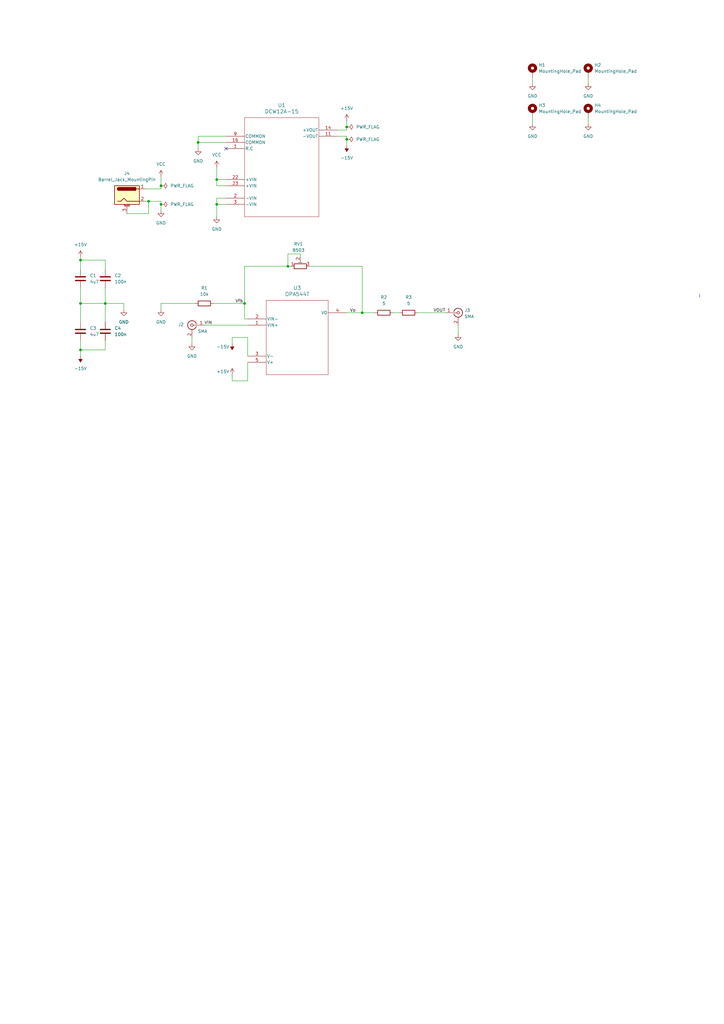
<source format=kicad_sch>
(kicad_sch (version 20231120) (generator "eeschema") (generator_version "8.0")
  (paper "A3" portrait)
  (lib_symbols
    (symbol "Connector:Barrel_Jack_MountingPin" (pin_names hide)
      (property "Reference" "J4" (at 0 8.89 0))
      (property "Value" "Barrel_Jack_MountingPin" (at 0 6.35 0))
      (symbol "Barrel_Jack_MountingPin_0_1"
        (rectangle (start -5.08 3.81) (end 5.08 -3.81) (stroke (width 0.254)) (fill (type background)))
        (arc (start -3.302 3.175) (mid -3.9343 2.54) (end -3.302 1.905) (stroke (width 0.254)))
        (arc (start -3.302 3.175) (mid -3.9343 2.54) (end -3.302 1.905) (stroke (width 0.254)) (fill (type outline)))
        (polyline (pts (xy 5.08 2.54) (xy 3.81 2.54)) (stroke (width 0.254)))
        (polyline (pts (xy -3.81 -2.54) (xy -2.54 -2.54) (xy -1.27 -1.27) (xy 0 -2.54) (xy 2.54 -2.54) (xy 5.08 -2.54)) (stroke (width 0.254)))
        (rectangle (start 3.683 3.175) (end -3.302 1.905) (stroke (width 0.254)) (fill (type outline)))
      )
      (symbol "Barrel_Jack_MountingPin_1_1"
        (polyline (pts (xy -1.016 -4.572) (xy 1.016 -4.572)) (stroke (width 0.1524)))
        (text "Mounting" (at 0 -4.191 0) (effects (font (size 0.381 0.381))))
        (pin passive line (at 7.62 2.54 180) (length 2.54) (name "~") (number "1"))
        (pin passive line (at 7.62 -2.54 180) (length 2.54) (name "~") (number "2"))
        (pin passive line (at 0 -7.62 90) (length 3.048) (name "MountPin") (number "3"))
      )
    )
    (symbol "Connector:Conn_Coaxial" (pin_names (offset 1.016) hide)
      (property "Reference" "J" (at 0.254 3.048 0))
      (property "Value" "Conn_Coaxial" (at 2.921 0 90))
      (symbol "Conn_Coaxial_0_1"
        (arc (start -1.778 -0.508) (mid 0.2311 -1.8066) (end 1.778 0) (stroke (width 0.254)))
        (polyline (pts (xy -2.54 0) (xy -0.508 0)))
        (polyline (pts (xy 0 -2.54) (xy 0 -1.778)))
        (circle (center 0 0) (radius 0.508) (stroke (width 0.2032)))
        (arc (start 1.778 0) (mid 0.2099 1.8101) (end -1.778 0.508) (stroke (width 0.254)))
      )
      (symbol "Conn_Coaxial_1_1"
        (pin passive line (at -5.08 0 0) (length 2.54) (name "In") (number "1"))
        (pin passive line (at 0 -5.08 90) (length 2.54) (name "Ext") (number "2"))
      )
    )
    (symbol "DCW12B-05:DCW12A-05" (pin_names (offset 0.254))
      (property "Reference" "U" (at 22.86 12.7 0))
      (property "Value" "DCW12A-05" (at 22.86 10.16 0))
      (symbol "DCW12A-05_0_1"
        (polyline (pts (xy 7.62 -33.02) (xy 38.1 -33.02)) (stroke (width 0.127)))
        (polyline (pts (xy 7.62 7.62) (xy 7.62 -33.02)) (stroke (width 0.127)))
        (polyline (pts (xy 38.1 -33.02) (xy 38.1 7.62)) (stroke (width 0.127)))
        (polyline (pts (xy 38.1 7.62) (xy 7.62 7.62)) (stroke (width 0.127)))
        (pin unspecified line (at 0 -5.08 0) (length 7.62) (name "R.C") (number "1"))
        (pin unspecified line (at 45.72 0 180) (length 7.62) (name "-VOUT") (number "11"))
        (pin unspecified line (at 45.72 2.54 180) (length 7.62) (name "+VOUT") (number "14"))
        (pin unspecified line (at 0 -2.54 0) (length 7.62) (name "COMMON") (number "16"))
        (pin unspecified line (at 0 -25.4 0) (length 7.62) (name "-VIN") (number "2"))
        (pin unspecified line (at 0 -17.78 0) (length 7.62) (name "+VIN") (number "22"))
        (pin unspecified line (at 0 -20.32 0) (length 7.62) (name "+VIN") (number "23"))
        (pin unspecified line (at 0 -27.94 0) (length 7.62) (name "-VIN") (number "3"))
        (pin unspecified line (at 0 0 0) (length 7.62) (name "COMMON") (number "9"))
      )
    )
    (symbol "Device:C" (pin_numbers hide) (pin_names (offset 0.254))
      (property "Reference" "C" (at 0.635 2.54 0))
      (property "Value" "C" (at 0.635 -2.54 0))
      (symbol "C_0_1"
        (polyline (pts (xy -2.032 -0.762) (xy 2.032 -0.762)) (stroke (width 0.508)))
        (polyline (pts (xy -2.032 0.762) (xy 2.032 0.762)) (stroke (width 0.508)))
      )
      (symbol "C_1_1"
        (pin passive line (at 0 3.81 270) (length 2.794) (name "~") (number "1"))
        (pin passive line (at 0 -3.81 90) (length 2.794) (name "~") (number "2"))
      )
    )
    (symbol "Device:R" (pin_numbers hide) (pin_names (offset 0))
      (property "Reference" "R" (at 2.032 0 90))
      (property "Value" "R" (at 0 0 90))
      (symbol "R_0_1"
        (rectangle (start -1.016 -2.54) (end 1.016 2.54) (stroke (width 0.254)))
      )
      (symbol "R_1_1"
        (pin passive line (at 0 3.81 270) (length 1.27) (name "~") (number "1"))
        (pin passive line (at 0 -3.81 90) (length 1.27) (name "~") (number "2"))
      )
    )
    (symbol "Device:R_Potentiometer_Trim" (pin_names (offset 1.016) hide)
      (property "Reference" "RV" (at -4.445 0 90))
      (property "Value" "R_Potentiometer_Trim" (at -2.54 0 90))
      (symbol "R_Potentiometer_Trim_0_1"
        (polyline (pts (xy 1.524 0.762) (xy 1.524 -0.762)))
        (polyline (pts (xy 2.54 0) (xy 1.524 0)))
        (rectangle (start 1.016 2.54) (end -1.016 -2.54) (stroke (width 0.254)))
      )
      (symbol "R_Potentiometer_Trim_1_1"
        (pin passive line (at 0 3.81 270) (length 1.27) (name "1") (number "1"))
        (pin passive line (at 3.81 0 180) (length 1.27) (name "2") (number "2"))
        (pin passive line (at 0 -3.81 90) (length 1.27) (name "3") (number "3"))
      )
    )
    (symbol "Mechanical:MountingHole_Pad" (pin_numbers hide) (pin_names (offset 1.016) hide) (exclude_from_sim yes) (in_bom no)
      (property "Reference" "H" (at 0 6.35 0))
      (property "Value" "MountingHole_Pad" (at 0 4.445 0))
      (symbol "MountingHole_Pad_0_1"
        (circle (center 0 1.27) (radius 1.27) (stroke (width 1.27)))
      )
      (symbol "MountingHole_Pad_1_1"
        (pin input line (at 0 -2.54 90) (length 2.54) (name "1") (number "1"))
      )
    )
    (symbol "OPA544T:OPA544T" (pin_names (offset 0.254))
      (property "Reference" "U" (at 20.32 12.7 0))
      (property "Value" "OPA544T" (at 20.32 10.16 0))
      (symbol "OPA544T_0_1"
        (polyline (pts (xy 7.62 -22.86) (xy 33.02 -22.86)) (stroke (width 0.127)))
        (polyline (pts (xy 7.62 7.62) (xy 7.62 -22.86)) (stroke (width 0.127)))
        (polyline (pts (xy 33.02 -22.86) (xy 33.02 7.62)) (stroke (width 0.127)))
        (polyline (pts (xy 33.02 7.62) (xy 7.62 7.62)) (stroke (width 0.127)))
        (pin input line (at 0 -2.54 0) (length 7.62) (name "VIN+") (number "1"))
        (pin input line (at 0 0 0) (length 7.62) (name "VIN-") (number "2"))
        (pin power_in line (at 0 -15.24 0) (length 7.62) (name "V-") (number "3"))
        (pin output line (at 40.64 2.54 180) (length 7.62) (name "VO") (number "4"))
        (pin power_in line (at 0 -17.78 0) (length 7.62) (name "V+") (number "5"))
      )
    )
    (symbol "power:+15V" (power) (pin_names (offset 0))
      (property "Value" "+15V" (at 0 3.556 0))
      (symbol "+15V_0_1"
        (polyline (pts (xy -0.762 1.27) (xy 0 2.54)))
        (polyline (pts (xy 0 0) (xy 0 2.54)))
        (polyline (pts (xy 0 2.54) (xy 0.762 1.27)))
      )
      (symbol "+15V_1_1"
        (pin power_in line (at 0 0 90) (length 0) hide (name "+15V") (number "1"))
      )
    )
    (symbol "power:-15V" (power) (pin_names (offset 0))
      (property "Value" "-15V" (at 0 3.81 0))
      (symbol "-15V_0_0"
        (pin power_in line (at 0 0 90) (length 0) hide (name "-15V") (number "1"))
      )
      (symbol "-15V_0_1"
        (polyline (pts (xy 0 0) (xy 0 1.27) (xy 0.762 1.27) (xy 0 2.54) (xy -0.762 1.27) (xy 0 1.27)) (fill (type outline)))
      )
    )
    (symbol "power:GND" (power) (pin_names (offset 0))
      (property "Value" "GND" (at 0 -3.81 0))
      (symbol "GND_0_1"
        (polyline (pts (xy 0 0) (xy 0 -1.27) (xy 1.27 -1.27) (xy 0 -2.54) (xy -1.27 -1.27) (xy 0 -1.27)))
      )
      (symbol "GND_1_1"
        (pin power_in line (at 0 0 270) (length 0) hide (name "GND") (number "1"))
      )
    )
    (symbol "power:PWR_FLAG" (power) (pin_numbers hide) (pin_names (offset 0) hide)
      (property "Value" "PWR_FLAG" (at 0 3.81 0))
      (symbol "PWR_FLAG_0_0"
        (pin power_out line (at 0 0 90) (length 0) (name "~") (number "1"))
      )
      (symbol "PWR_FLAG_0_1"
        (polyline (pts (xy 0 0) (xy 0 1.27) (xy -1.016 1.905) (xy 0 2.54) (xy 1.016 1.905) (xy 0 1.27)))
      )
    )
    (symbol "power:VCC" (power) (pin_names (offset 0))
      (property "Value" "VCC" (at 0 3.81 0))
      (symbol "VCC_0_1"
        (polyline (pts (xy -0.762 1.27) (xy 0 2.54)))
        (polyline (pts (xy 0 0) (xy 0 2.54)))
        (polyline (pts (xy 0 2.54) (xy 0.762 1.27)))
      )
      (symbol "VCC_1_1"
        (pin power_in line (at 0 0 90) (length 0) hide (name "VCC") (number "1"))
      )
    )
  )
  (junction (at 33.02 124.46))
  (junction (at 33.02 143.51))
  (junction (at 142.24 57.15))
  (junction (at 60.96 82.55))
  (junction (at 43.18 124.46))
  (junction (at 88.9 83.82))
  (junction (at 81.28 58.42))
  (junction (at 33.02 106.68))
  (junction (at 142.24 52.07))
  (junction (at 88.9 73.66))
  (junction (at 148.59 128.27))
  (junction (at 118.11 109.22))
  (junction (at 100.33 124.46))
  (junction (at 66.04 76.2))
  (junction (at 66.04 83.82))
  (no_connect (at 92.71 60.96))
  (wire (pts (xy 88.9 83.82) (xy 88.9 88.9)))
  (wire (pts (xy 138.43 55.88) (xy 142.24 55.88)))
  (wire (pts (xy 43.18 118.11) (xy 43.18 124.46)))
  (wire (pts (xy 59.69 77.47) (xy 66.04 77.47)))
  (wire (pts (xy 33.02 106.68) (xy 33.02 110.49)))
  (wire (pts (xy 33.02 143.51) (xy 33.02 146.05)))
  (wire (pts (xy 66.04 82.55) (xy 66.04 83.82)))
  (wire (pts (xy 60.96 87.63) (xy 60.96 82.55)))
  (wire (pts (xy 92.71 76.2) (xy 88.9 76.2)))
  (wire (pts (xy 33.02 139.7) (xy 33.02 143.51)))
  (wire (pts (xy 100.33 109.22) (xy 118.11 109.22)))
  (wire (pts (xy 88.9 68.58) (xy 88.9 73.66)))
  (wire (pts (xy 88.9 81.28) (xy 88.9 83.82)))
  (wire (pts (xy 66.04 76.2) (xy 66.04 72.39)))
  (wire (pts (xy 81.28 60.96) (xy 81.28 58.42)))
  (wire (pts (xy 66.04 124.46) (xy 66.04 127)))
  (wire (pts (xy 118.11 104.14) (xy 118.11 109.22)))
  (wire (pts (xy 148.59 128.27) (xy 153.67 128.27)))
  (wire (pts (xy 187.96 133.35) (xy 187.96 137.16)))
  (wire (pts (xy 66.04 124.46) (xy 80.01 124.46)))
  (wire (pts (xy 52.07 87.63) (xy 60.96 87.63)))
  (wire (pts (xy 142.24 52.07) (xy 142.24 49.53)))
  (wire (pts (xy 142.24 55.88) (xy 142.24 57.15)))
  (wire (pts (xy 241.3 31.75) (xy 241.3 34.29)))
  (wire (pts (xy 83.82 133.35) (xy 101.6 133.35)))
  (wire (pts (xy 43.18 124.46) (xy 43.18 132.08)))
  (wire (pts (xy 101.6 138.43) (xy 101.6 146.05)))
  (wire (pts (xy 100.33 130.81) (xy 101.6 130.81)))
  (wire (pts (xy 118.11 109.22) (xy 119.38 109.22)))
  (wire (pts (xy 33.02 124.46) (xy 43.18 124.46)))
  (wire (pts (xy 81.28 58.42) (xy 92.71 58.42)))
  (wire (pts (xy 43.18 106.68) (xy 43.18 110.49)))
  (wire (pts (xy 100.33 109.22) (xy 100.33 124.46)))
  (wire (pts (xy 87.63 124.46) (xy 100.33 124.46)))
  (wire (pts (xy 142.24 53.34) (xy 142.24 52.07)))
  (wire (pts (xy 218.44 31.75) (xy 218.44 34.29)))
  (wire (pts (xy 171.45 128.27) (xy 182.88 128.27)))
  (wire (pts (xy 218.44 48.26) (xy 218.44 50.8)))
  (wire (pts (xy 78.74 138.43) (xy 78.74 140.97)))
  (wire (pts (xy 142.24 57.15) (xy 142.24 59.69)))
  (wire (pts (xy 95.25 138.43) (xy 101.6 138.43)))
  (wire (pts (xy 33.02 124.46) (xy 33.02 132.08)))
  (wire (pts (xy 92.71 81.28) (xy 88.9 81.28)))
  (wire (pts (xy 33.02 118.11) (xy 33.02 124.46)))
  (wire (pts (xy 100.33 124.46) (xy 100.33 130.81)))
  (wire (pts (xy 127 109.22) (xy 148.59 109.22)))
  (wire (pts (xy 88.9 76.2) (xy 88.9 73.66)))
  (wire (pts (xy 59.69 82.55) (xy 60.96 82.55)))
  (wire (pts (xy 43.18 139.7) (xy 43.18 143.51)))
  (wire (pts (xy 123.19 104.14) (xy 118.11 104.14)))
  (wire (pts (xy 92.71 73.66) (xy 88.9 73.66)))
  (wire (pts (xy 95.25 156.21) (xy 101.6 156.21)))
  (wire (pts (xy 66.04 77.47) (xy 66.04 76.2)))
  (wire (pts (xy 95.25 140.97) (xy 95.25 138.43)))
  (wire (pts (xy 241.3 48.26) (xy 241.3 50.8)))
  (wire (pts (xy 33.02 105.41) (xy 33.02 106.68)))
  (wire (pts (xy 33.02 106.68) (xy 43.18 106.68)))
  (wire (pts (xy 88.9 83.82) (xy 92.71 83.82)))
  (wire (pts (xy 161.29 128.27) (xy 163.83 128.27)))
  (wire (pts (xy 50.8 127) (xy 50.8 124.46)))
  (wire (pts (xy 138.43 53.34) (xy 142.24 53.34)))
  (wire (pts (xy 101.6 148.59) (xy 101.6 156.21)))
  (wire (pts (xy 142.24 128.27) (xy 148.59 128.27)))
  (wire (pts (xy 50.8 124.46) (xy 43.18 124.46)))
  (wire (pts (xy 81.28 58.42) (xy 81.28 55.88)))
  (wire (pts (xy 148.59 109.22) (xy 148.59 128.27)))
  (wire (pts (xy 60.96 82.55) (xy 66.04 82.55)))
  (wire (pts (xy 95.25 153.67) (xy 95.25 156.21)))
  (wire (pts (xy 33.02 143.51) (xy 43.18 143.51)))
  (polyline (pts (xy 287.02 120.65) (xy 287.02 121.92)))
  (wire (pts (xy 123.19 105.41) (xy 123.19 104.14)))
  (wire (pts (xy 81.28 55.88) (xy 92.71 55.88)))
  (wire (pts (xy 66.04 83.82) (xy 66.04 86.36)))
  (label "VOUT" (at 177.8 128.27 0))
  (label "Vfb" (at 96.52 124.46 0))
  (label "VIN" (at 83.82 133.35 0))
  (label "Vo" (at 143.51 128.27 0))
  (symbol (lib_id "power:+15V") (at 142.24 49.53 0) (unit 1)
    (property "Reference" "#PWR03" (effects (hide yes)))
    (property "Value" "+15V" (at 142.24 44.45 0))
  )
  (symbol (lib_id "power:PWR_FLAG") (at 142.24 57.15 270) (unit 1)
    (property "Reference" "#FLG04" (effects (hide yes)))
    (property "Value" "PWR_FLAG" (at 146.05 57.1499 90) (effects (justify left)))
    (property "Description" "Special symbol for telling ERC where power comes from" (effects (hide yes)))
  )
  (symbol (lib_id "Mechanical:MountingHole_Pad") (at 241.3 45.72 0) (unit 1) (exclude_from_sim yes) (in_bom no)
    (property "Reference" "H4" (at 243.84 43.1799 0) (effects (justify left)))
    (property "Value" "MountingHole_Pad" (at 243.84 45.7199 0) (effects (justify left)))
    (property "Footprint" "MountingHole:MountingHole_2.5mm_Pad" (effects (hide yes)))
    (property "Description" "Mounting Hole with connection" (effects (hide yes)))
  )
  (symbol (lib_id "Connector:Barrel_Jack_MountingPin") (at 52.07 80.01 0) (unit 1)
    (property "Reference" "J4" (at 52.07 71.12 0))
    (property "Value" "Barrel_Jack_MountingPin" (at 52.07 73.66 0))
    (property "Footprint" "Connector_BarrelJack:BarrelJack_Horizontal" (effects (hide yes)))
    (property "Description" "DC Barrel Jack with a mounting pin" (effects (hide yes)))
  )
  (symbol (lib_id "Device:R") (at 157.48 128.27 90) (unit 1)
    (property "Reference" "R2" (at 157.48 121.92 90))
    (property "Value" "5" (at 157.48 124.46 90))
    (property "Footprint" "Resistor_SMD:R_1210_3225Metric" (effects (hide yes)))
    (property "Datasheet" "https://ozdisan.com/pasif-komponentler/direncler/smt-smd-ve-cip-direncler/RC1210JR-074R7L/848227" (effects (hide yes)))
  )
  (symbol (lib_id "Connector:Conn_Coaxial") (at 78.74 133.35 0) (mirror y) (unit 1)
    (property "Reference" "J2" (at 75.438 133.096 0) (effects (justify left)))
    (property "Value" "SMA" (at 85.09 135.89 0) (effects (justify left)))
    (property "Footprint" "Connector_Coaxial:SMA_Samtec_SMA-J-P-X-ST-EM1_EdgeMount" (effects (hide yes)))
    (property "Datasheet" " ~" (effects (hide yes)))
  )
  (symbol (lib_id "power:GND") (at 81.28 60.96 0) (unit 1)
    (property "Reference" "#PWR05" (effects (hide yes)))
    (property "Value" "GND" (at 81.28 66.04 0))
  )
  (symbol (lib_id "power:-15V") (at 33.02 146.05 180) (unit 1)
    (property "Reference" "#PWR010" (effects (hide yes)))
    (property "Value" "-15V" (at 33.02 151.13 0))
  )
  (symbol (lib_id "power:PWR_FLAG") (at 66.04 83.82 270) (unit 1)
    (property "Reference" "#FLG02" (effects (hide yes)))
    (property "Value" "PWR_FLAG" (at 69.85 83.8199 90) (effects (justify left)))
    (property "Description" "Special symbol for telling ERC where power comes from" (effects (hide yes)))
  )
  (symbol (lib_id "power:GND") (at 66.04 127 0) (unit 1)
    (property "Reference" "#PWR07" (effects (hide yes)))
    (property "Value" "GND" (at 66.04 132.08 0))
  )
  (symbol (lib_id "power:-15V") (at 142.24 59.69 180) (unit 1)
    (property "Reference" "#PWR04" (effects (hide yes)))
    (property "Value" "-15V" (at 142.24 64.77 0))
  )
  (symbol (lib_id "DCW12B-05:DCW12A-05") (at 92.71 55.88 0) (unit 1)
    (property "Reference" "U1" (at 115.57 43.18 0) (effects (font (size 1.524 1.524))))
    (property "Value" "DCW12A-15" (at 115.57 45.72 0) (effects (font (size 1.524 1.524))))
    (property "Footprint" "DCW12B-15:SCW12&slash_DCW12_MWU" (effects (hide yes)))
    (property "Datasheet" "DCW12A-05" (effects (hide yes)))
  )
  (symbol (lib_id "power:+15V") (at 95.25 153.67 0) (unit 1)
    (property "Reference" "#PWR013" (effects (hide yes)))
    (property "Value" "+15V" (at 91.44 152.4 0))
  )
  (symbol (lib_id "power:PWR_FLAG") (at 66.04 76.2 270) (unit 1)
    (property "Reference" "#FLG01" (effects (hide yes)))
    (property "Value" "PWR_FLAG" (at 69.85 76.1999 90) (effects (justify left)))
    (property "Description" "Special symbol for telling ERC where power comes from" (effects (hide yes)))
  )
  (symbol (lib_id "power:GND") (at 241.3 50.8 0) (unit 1)
    (property "Reference" "#PWR019" (effects (hide yes)))
    (property "Value" "GND" (at 241.3 55.88 0))
  )
  (symbol (lib_id "Mechanical:MountingHole_Pad") (at 218.44 29.21 0) (unit 1) (exclude_from_sim yes) (in_bom no)
    (property "Reference" "H1" (at 220.98 26.6699 0) (effects (justify left)))
    (property "Value" "MountingHole_Pad" (at 220.98 29.2099 0) (effects (justify left)))
    (property "Footprint" "MountingHole:MountingHole_2.5mm_Pad" (effects (hide yes)))
    (property "Description" "Mounting Hole with connection" (effects (hide yes)))
  )
  (symbol (lib_id "Mechanical:MountingHole_Pad") (at 218.44 45.72 0) (unit 1) (exclude_from_sim yes) (in_bom no)
    (property "Reference" "H3" (at 220.98 43.1799 0) (effects (justify left)))
    (property "Value" "MountingHole_Pad" (at 220.98 45.7199 0) (effects (justify left)))
    (property "Footprint" "MountingHole:MountingHole_2.5mm_Pad" (effects (hide yes)))
    (property "Description" "Mounting Hole with connection" (effects (hide yes)))
  )
  (symbol (lib_id "power:GND") (at 66.04 86.36 0) (unit 1)
    (property "Reference" "#PWR011" (effects (hide yes)))
    (property "Value" "GND" (at 66.04 91.44 0))
  )
  (symbol (lib_id "Device:C") (at 33.02 135.89 0) (unit 1)
    (property "Reference" "C3" (at 36.83 134.6199 0) (effects (justify left)))
    (property "Value" "4u7" (at 36.83 137.1599 0) (effects (justify left)))
    (property "Footprint" "Capacitor_SMD:C_0805_2012Metric" (effects (hide yes)))
    (property "Datasheet" "https://ozdisan.com/pasif-komponentler/kapasitorler/smt-smd-ve-mlcc-kapasitorler/CL21A475KBQNNNE/360305" (effects (hide yes)))
    (property "Description" "Unpolarized capacitor" (effects (hide yes)))
  )
  (symbol (lib_id "power:GND") (at 218.44 34.29 0) (unit 1)
    (property "Reference" "#PWR016" (effects (hide yes)))
    (property "Value" "GND" (at 218.44 39.37 0))
  )
  (symbol (lib_id "Device:R") (at 167.64 128.27 90) (unit 1)
    (property "Reference" "R3" (at 167.64 121.92 90))
    (property "Value" "5" (at 167.64 124.46 90))
    (property "Footprint" "Resistor_SMD:R_1210_3225Metric" (effects (hide yes)))
    (property "Datasheet" "https://ozdisan.com/pasif-komponentler/direncler/smt-smd-ve-cip-direncler/RC1210JR-074R7L/848227" (effects (hide yes)))
  )
  (symbol (lib_id "power:GND") (at 50.8 127 0) (unit 1)
    (property "Reference" "#PWR06" (effects (hide yes)))
    (property "Value" "GND" (at 50.8 132.08 0))
  )
  (symbol (lib_id "Device:C") (at 33.02 114.3 0) (unit 1)
    (property "Reference" "C1" (at 36.83 113.0299 0) (effects (justify left)))
    (property "Value" "4u7" (at 36.83 115.5699 0) (effects (justify left)))
    (property "Footprint" "Capacitor_SMD:C_0805_2012Metric" (effects (hide yes)))
    (property "Datasheet" "https://ozdisan.com/pasif-komponentler/kapasitorler/smt-smd-ve-mlcc-kapasitorler/CL21A475KBQNNNE/360305" (effects (hide yes)))
    (property "Description" "Unpolarized capacitor" (effects (hide yes)))
  )
  (symbol (lib_id "power:PWR_FLAG") (at 142.24 52.07 270) (unit 1)
    (property "Reference" "#FLG03" (effects (hide yes)))
    (property "Value" "PWR_FLAG" (at 146.05 52.0699 90) (effects (justify left)))
    (property "Description" "Special symbol for telling ERC where power comes from" (effects (hide yes)))
  )
  (symbol (lib_id "power:+15V") (at 33.02 105.41 0) (unit 1)
    (property "Reference" "#PWR09" (effects (hide yes)))
    (property "Value" "+15V" (at 33.02 100.33 0))
  )
  (symbol (lib_id "power:GND") (at 218.44 50.8 0) (unit 1)
    (property "Reference" "#PWR018" (effects (hide yes)))
    (property "Value" "GND" (at 218.44 55.88 0))
  )
  (symbol (lib_id "power:VCC") (at 88.9 68.58 0) (unit 1)
    (property "Reference" "#PWR01" (effects (hide yes)))
    (property "Value" "VCC" (at 88.9 63.5 0))
  )
  (symbol (lib_id "power:VCC") (at 66.04 72.39 0) (unit 1)
    (property "Reference" "#PWR014" (effects (hide yes)))
    (property "Value" "VCC" (at 66.04 67.31 0))
  )
  (symbol (lib_id "Device:C") (at 43.18 114.3 0) (unit 1)
    (property "Reference" "C2" (at 46.99 113.0299 0) (effects (justify left)))
    (property "Value" "100n" (at 46.99 115.5699 0) (effects (justify left)))
    (property "Footprint" "Capacitor_SMD:C_0603_1608Metric" (effects (hide yes)))
    (property "Datasheet" "https://ozdisan.com/pasif-komponentler/kapasitorler/smt-smd-ve-mlcc-kapasitorler/CL10B104KB8NNNC/9739" (effects (hide yes)))
  )
  (symbol (lib_id "power:GND") (at 241.3 34.29 0) (unit 1)
    (property "Reference" "#PWR017" (effects (hide yes)))
    (property "Value" "GND" (at 241.3 39.37 0))
  )
  (symbol (lib_id "Device:R") (at 83.82 124.46 90) (unit 1)
    (property "Reference" "R1" (at 83.82 118.11 90))
    (property "Value" "10k" (at 83.82 120.65 90))
    (property "Footprint" "Resistor_SMD:R_0603_1608Metric" (effects (hide yes)))
    (property "Datasheet" "https://ozdisan.com/pasif-komponentler/direncler/smt-smd-ve-cip-direncler/RC0603FR-0710KL/379294" (effects (hide yes)))
  )
  (symbol (lib_id "power:GND") (at 187.96 137.16 0) (unit 1)
    (property "Reference" "#PWR08" (effects (hide yes)))
    (property "Value" "GND" (at 187.96 142.24 0))
  )
  (symbol (lib_id "Device:C") (at 43.18 135.89 0) (unit 1)
    (property "Reference" "C4" (at 46.99 134.6199 0) (effects (justify left)))
    (property "Value" "100n" (at 46.99 137.1599 0) (effects (justify left)))
    (property "Footprint" "Capacitor_SMD:C_0603_1608Metric" (effects (hide yes)))
    (property "Datasheet" "https://ozdisan.com/pasif-komponentler/kapasitorler/smt-smd-ve-mlcc-kapasitorler/CL10B104KB8NNNC/9739" (effects (hide yes)))
  )
  (symbol (lib_id "power:-15V") (at 95.25 140.97 180) (unit 1)
    (property "Reference" "#PWR012" (effects (hide yes)))
    (property "Value" "-15V" (at 91.44 142.24 0))
  )
  (symbol (lib_id "power:GND") (at 78.74 140.97 0) (unit 1)
    (property "Reference" "#PWR015" (effects (hide yes)))
    (property "Value" "GND" (at 78.74 146.05 0))
  )
  (symbol (lib_id "Connector:Conn_Coaxial") (at 187.96 128.27 0) (unit 1)
    (property "Reference" "J3" (at 190.5 127.2932 0) (effects (justify left)))
    (property "Value" "SMA" (at 190.5 129.8332 0) (effects (justify left)))
    (property "Footprint" "Connector_Coaxial:SMA_Samtec_SMA-J-P-X-ST-EM1_EdgeMount" (effects (hide yes)))
    (property "Datasheet" " ~" (effects (hide yes)))
  )
  (symbol (lib_id "Device:R_Potentiometer_Trim") (at 123.19 109.22 90) (unit 1)
    (property "Reference" "RV1" (at 122.428 100.076 90))
    (property "Value" "B503" (at 122.428 102.616 90))
    (property "Footprint" "Potentiometer_THT:Potentiometer_Bourns_3296W_Vertical" (effects (hide yes)))
    (property "Datasheet" "https://ozdisan.com/elektromekanik-komponentler/potansiyometreler-ve-trimpotlar/trimpot-potansiyometreler/3296W-1-503LF-BN/512607" (effects (hide yes)))
  )
  (symbol (lib_id "Mechanical:MountingHole_Pad") (at 241.3 29.21 0) (unit 1) (exclude_from_sim yes) (in_bom no)
    (property "Reference" "H2" (at 243.84 26.6699 0) (effects (justify left)))
    (property "Value" "MountingHole_Pad" (at 243.84 29.2099 0) (effects (justify left)))
    (property "Footprint" "MountingHole:MountingHole_2.5mm_Pad" (effects (hide yes)))
    (property "Description" "Mounting Hole with connection" (effects (hide yes)))
  )
  (symbol (lib_id "OPA544T:OPA544T") (at 101.6 130.81 0) (unit 1)
    (property "Reference" "U3" (at 121.92 118.11 0) (effects (font (size 1.524 1.524))))
    (property "Value" "OPA544T" (at 121.92 120.65 0) (effects (font (size 1.524 1.524))))
    (property "Footprint" "OPA544T:KC5" (effects (hide yes)))
    (property "Datasheet" "OPA544T" (effects (hide yes)))
  )
  (symbol (lib_id "power:GND") (at 88.9 88.9 0) (unit 1)
    (property "Reference" "#PWR02" (effects (hide yes)))
    (property "Value" "GND" (at 88.9 93.98 0))
  )
)
</source>
